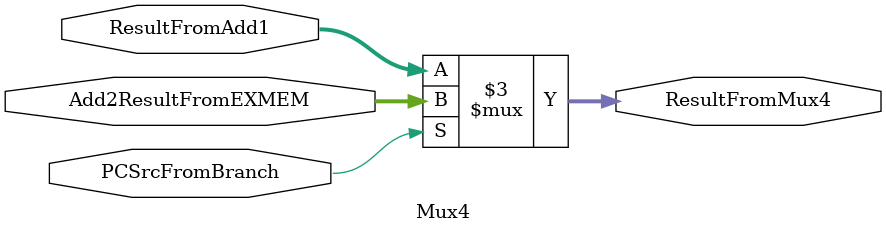
<source format=v>
`timescale 1ns / 1ps


module Mux4(
    input PCSrcFromBranch, 
    input [31:0] ResultFromAdd1,
    input [31:0] Add2ResultFromEXMEM,
    output reg [31:0] ResultFromMux4
    );
    always @ (PCSrcFromBranch or ResultFromAdd1 or Add2ResultFromEXMEM)
    begin
    ResultFromMux4 = (PCSrcFromBranch == 1) ? Add2ResultFromEXMEM : ResultFromAdd1;
    end
endmodule

</source>
